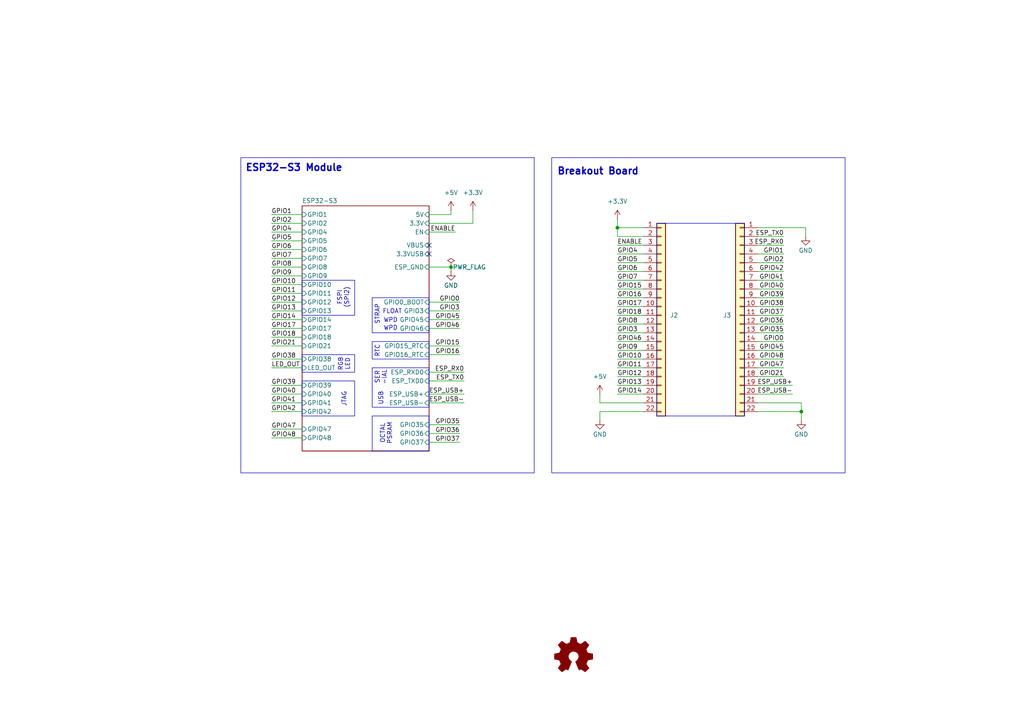
<source format=kicad_sch>
(kicad_sch (version 20250114) (generator "eeschema") (generator_version "9.0")
  (paper "A4")
  (title_block (title "https://github.com/hoeken/ESP32-S3-Template") (date "2025-08-28") (rev "A"))
  (lib_symbols
    (symbol "Connector_Generic:Conn_01x22" (pin_names (offset 1.016) (hide yes))
      (property "Reference" "J" (at 0 27.94 0))
      (property "Value" "Conn_01x22" (at 0 -30.48 0))
      (symbol "Conn_01x22_1_1"
        (rectangle (start -1.27 26.67) (end 1.27 -29.21) (stroke (width 0.254)) (fill (type background)))
        (rectangle (start -1.27 25.527) (end 0 25.273) (stroke (width 0.1524)))
        (rectangle (start -1.27 22.987) (end 0 22.733) (stroke (width 0.1524)))
        (rectangle (start -1.27 20.447) (end 0 20.193) (stroke (width 0.1524)))
        (rectangle (start -1.27 17.907) (end 0 17.653) (stroke (width 0.1524)))
        (rectangle (start -1.27 15.367) (end 0 15.113) (stroke (width 0.1524)))
        (rectangle (start -1.27 12.827) (end 0 12.573) (stroke (width 0.1524)))
        (rectangle (start -1.27 10.287) (end 0 10.033) (stroke (width 0.1524)))
        (rectangle (start -1.27 7.747) (end 0 7.493) (stroke (width 0.1524)))
        (rectangle (start -1.27 5.207) (end 0 4.953) (stroke (width 0.1524)))
        (rectangle (start -1.27 2.667) (end 0 2.413) (stroke (width 0.1524)))
        (rectangle (start -1.27 0.127) (end 0 -0.127) (stroke (width 0.1524)))
        (rectangle (start -1.27 -2.413) (end 0 -2.667) (stroke (width 0.1524)))
        (rectangle (start -1.27 -4.953) (end 0 -5.207) (stroke (width 0.1524)))
        (rectangle (start -1.27 -7.493) (end 0 -7.747) (stroke (width 0.1524)))
        (rectangle (start -1.27 -10.033) (end 0 -10.287) (stroke (width 0.1524)))
        (rectangle (start -1.27 -12.573) (end 0 -12.827) (stroke (width 0.1524)))
        (rectangle (start -1.27 -15.113) (end 0 -15.367) (stroke (width 0.1524)))
        (rectangle (start -1.27 -17.653) (end 0 -17.907) (stroke (width 0.1524)))
        (rectangle (start -1.27 -20.193) (end 0 -20.447) (stroke (width 0.1524)))
        (rectangle (start -1.27 -22.733) (end 0 -22.987) (stroke (width 0.1524)))
        (rectangle (start -1.27 -25.273) (end 0 -25.527) (stroke (width 0.1524)))
        (rectangle (start -1.27 -27.813) (end 0 -28.067) (stroke (width 0.1524)))
        (pin passive line (at -5.08 25.4 0) (length 3.81) (name "Pin_1") (number "1"))
        (pin passive line (at -5.08 22.86 0) (length 3.81) (name "Pin_2") (number "2"))
        (pin passive line (at -5.08 20.32 0) (length 3.81) (name "Pin_3") (number "3"))
        (pin passive line (at -5.08 17.78 0) (length 3.81) (name "Pin_4") (number "4"))
        (pin passive line (at -5.08 15.24 0) (length 3.81) (name "Pin_5") (number "5"))
        (pin passive line (at -5.08 12.7 0) (length 3.81) (name "Pin_6") (number "6"))
        (pin passive line (at -5.08 10.16 0) (length 3.81) (name "Pin_7") (number "7"))
        (pin passive line (at -5.08 7.62 0) (length 3.81) (name "Pin_8") (number "8"))
        (pin passive line (at -5.08 5.08 0) (length 3.81) (name "Pin_9") (number "9"))
        (pin passive line (at -5.08 2.54 0) (length 3.81) (name "Pin_10") (number "10"))
        (pin passive line (at -5.08 0 0) (length 3.81) (name "Pin_11") (number "11"))
        (pin passive line (at -5.08 -2.54 0) (length 3.81) (name "Pin_12") (number "12"))
        (pin passive line (at -5.08 -5.08 0) (length 3.81) (name "Pin_13") (number "13"))
        (pin passive line (at -5.08 -7.62 0) (length 3.81) (name "Pin_14") (number "14"))
        (pin passive line (at -5.08 -10.16 0) (length 3.81) (name "Pin_15") (number "15"))
        (pin passive line (at -5.08 -12.7 0) (length 3.81) (name "Pin_16") (number "16"))
        (pin passive line (at -5.08 -15.24 0) (length 3.81) (name "Pin_17") (number "17"))
        (pin passive line (at -5.08 -17.78 0) (length 3.81) (name "Pin_18") (number "18"))
        (pin passive line (at -5.08 -20.32 0) (length 3.81) (name "Pin_19") (number "19"))
        (pin passive line (at -5.08 -22.86 0) (length 3.81) (name "Pin_20") (number "20"))
        (pin passive line (at -5.08 -25.4 0) (length 3.81) (name "Pin_21") (number "21"))
        (pin passive line (at -5.08 -27.94 0) (length 3.81) (name "Pin_22") (number "22"))
      )
    )
    (symbol "Graphic:Logo_Open_Hardware_Small" (in_bom no) (on_board no)
      (symbol "Logo_Open_Hardware_Small_0_1"
        (polyline (pts (xy 3.3528 -4.3434) (xy 3.302 -4.318) (xy 3.175 -4.2418) (xy 2.9972 -4.1148) (xy 2.7686 -3.9624) (xy 2.54 -3.81) (xy 2.3622 -3.7084) (xy 2.2352 -3.6068) (xy 2.1844 -3.5814) (xy 2.159 -3.6068) (xy 2.0574 -3.6576) (xy 1.905 -3.7338) (xy 1.8034 -3.7846) (xy 1.6764 -3.8354) (xy 1.6002 -3.8354) (xy 1.6002 -3.8354) (xy 1.5494 -3.7338) (xy 1.4732 -3.5306) (xy 1.3462 -3.302) (xy 1.2446 -3.0226) (xy 1.1176 -2.7178) (xy 0.9652 -2.413) (xy 0.8636 -2.1082) (xy 0.7366 -1.8288) (xy 0.6604 -1.6256) (xy 0.6096 -1.4732) (xy 0.5842 -1.397) (xy 0.5842 -1.397) (xy 0.6604 -1.3208) (xy 0.7874 -1.2446) (xy 1.0414 -1.016) (xy 1.2954 -0.6858) (xy 1.4478 -0.3302) (xy 1.524 0.0762) (xy 1.4732 0.4572) (xy 1.3208 0.8128) (xy 1.0668 1.143) (xy 0.762 1.3716) (xy 0.4064 1.524) (xy 0 1.5748) (xy -0.381 1.5494) (xy -0.7366 1.397) (xy -1.0668 1.143) (xy -1.2192 0.9906) (xy -1.397 0.6604) (xy -1.524 0.3048) (xy -1.524 0.2286) (xy -1.4986 -0.1778) (xy -1.397 -0.5334) (xy -1.1938 -0.8636) (xy -0.9144 -1.143) (xy -0.8636 -1.1684) (xy -0.7366 -1.27) (xy -0.635 -1.3462) (xy -0.5842 -1.397) (xy -1.0668 -2.5908) (xy -1.143 -2.794) (xy -1.2954 -3.1242) (xy -1.397 -3.4036) (xy -1.4986 -3.6322) (xy -1.5748 -3.7846) (xy -1.6002 -3.8354) (xy -1.6002 -3.8354) (xy -1.651 -3.8354) (xy -1.7272 -3.81) (xy -1.905 -3.7338) (xy -2.0066 -3.683) (xy -2.1336 -3.6068) (xy -2.2098 -3.5814) (xy -2.2606 -3.6068) (xy -2.3622 -3.683) (xy -2.54 -3.81) (xy -2.7686 -3.9624) (xy -2.9718 -4.0894) (xy -3.1496 -4.2164) (xy -3.302 -4.318) (xy -3.3528 -4.3434) (xy -3.3782 -4.3434) (xy -3.429 -4.318) (xy -3.5306 -4.2164) (xy -3.7084 -4.064) (xy -3.937 -3.8354) (xy -3.9624 -3.81) (xy -4.1656 -3.6068) (xy -4.318 -3.4544) (xy -4.4196 -3.3274) (xy -4.445 -3.2766) (xy -4.445 -3.2766) (xy -4.4196 -3.2258) (xy -4.318 -3.0734) (xy -4.2164 -2.8956) (xy -4.064 -2.667) (xy -3.6576 -2.0828) (xy -3.8862 -1.5494) (xy -3.937 -1.3716) (xy -4.0386 -1.1684) (xy -4.0894 -1.0414) (xy -4.1148 -0.9652) (xy -4.191 -0.9398) (xy -4.318 -0.9144) (xy -4.5466 -0.8636) (xy -4.8006 -0.8128) (xy -5.0546 -0.7874) (xy -5.2578 -0.7366) (xy -5.4356 -0.7112) (xy -5.5118 -0.6858) (xy -5.5118 -0.6858) (xy -5.5372 -0.635) (xy -5.5372 -0.5588) (xy -5.5372 -0.4318) (xy -5.5626 -0.2286) (xy -5.5626 0.0762) (xy -5.5626 0.127) (xy -5.5372 0.4064) (xy -5.5372 0.635) (xy -5.5372 0.762) (xy -5.5372 0.8382) (xy -5.5372 0.8382) (xy -5.461 0.8382) (xy -5.3086 0.889) (xy -5.08 0.9144) (xy -4.826 0.9652) (xy -4.8006 0.9906) (xy -4.5466 1.0414) (xy -4.318 1.0668) (xy -4.1656 1.1176) (xy -4.0894 1.143) (xy -4.0894 1.143) (xy -4.0386 1.2446) (xy -3.9624 1.4224) (xy -3.8608 1.6256) (xy -3.7846 1.8288) (xy -3.7084 2.0066) (xy -3.6576 2.159) (xy -3.6322 2.2098) (xy -3.6322 2.2098) (xy -3.683 2.286) (xy -3.7592 2.413) (xy -3.8862 2.5908) (xy -4.064 2.8194) (xy -4.064 2.8448) (xy -4.2164 3.0734) (xy -4.3434 3.2512) (xy -4.4196 3.3782) (xy -4.445 3.4544) (xy -4.445 3.4544) (xy -4.3942 3.5052) (xy -4.2926 3.6322) (xy -4.1148 3.81) (xy -3.937 4.0132) (xy -3.8608 4.064) (xy -3.6576 4.2926) (xy -3.5052 4.4196) (xy -3.4036 4.4958) (xy -3.3528 4.5212) (xy -3.3528 4.5212) (xy -3.302 4.4704) (xy -3.1496 4.3688) (xy -2.9718 4.2418) (xy -2.7432 4.0894) (xy -2.7178 4.0894) (xy -2.4892 3.937) (xy -2.3114 3.81) (xy -2.1844 3.7084) (xy -2.1336 3.683) (xy -2.1082 3.683) (xy -2.032 3.7084) (xy -1.8542 3.7592) (xy -1.6764 3.8354) (xy -1.4732 3.937) (xy -1.27 4.0132) (xy -1.143 4.064) (xy -1.0668 4.1148) (xy -1.0668 4.1148) (xy -1.0414 4.191) (xy -1.016 4.3434) (xy -0.9652 4.572) (xy -0.9144 4.8514) (xy -0.889 4.9022) (xy -0.8382 5.1562) (xy -0.8128 5.3848) (xy -0.7874 5.5372) (xy -0.762 5.588) (xy -0.7112 5.6134) (xy -0.5842 5.6134) (xy -0.4064 5.6134) (xy -0.1524 5.6134) (xy 0.0762 5.6134) (xy 0.3302 5.6134) (xy 0.5334 5.6134) (xy 0.6858 5.588) (xy 0.7366 5.588) (xy 0.7366 5.588) (xy 0.762 5.5118) (xy 0.8128 5.334) (xy 0.8382 5.1054) (xy 0.9144 4.826) (xy 0.9144 4.7752) (xy 0.9652 4.5212) (xy 1.016 4.2926) (xy 1.0414 4.1402) (xy 1.0668 4.0894) (xy 1.0668 4.0894) (xy 1.1938 4.0386) (xy 1.3716 3.9624) (xy 1.5748 3.8608) (xy 2.0828 3.6576) (xy 2.7178 4.0894) (xy 2.7686 4.1402) (xy 2.9972 4.2926) (xy 3.175 4.4196) (xy 3.302 4.4958) (xy 3.3782 4.5212) (xy 3.3782 4.5212) (xy 3.429 4.4704) (xy 3.556 4.3434) (xy 3.7338 4.191) (xy 3.9116 3.9878) (xy 4.064 3.8354) (xy 4.2418 3.6576) (xy 4.3434 3.556) (xy 4.4196 3.4798) (xy 4.4196 3.429) (xy 4.4196 3.4036) (xy 4.3942 3.3274) (xy 4.2926 3.2004) (xy 4.1656 2.9972) (xy 4.0132 2.794) (xy 3.8862 2.5908) (xy 3.7592 2.3876) (xy 3.6576 2.2352) (xy 3.6322 2.159) (xy 3.6322 2.1336) (xy 3.683 2.0066) (xy 3.7592 1.8288) (xy 3.8608 1.6002) (xy 4.064 1.1176) (xy 4.3942 1.0414) (xy 4.5974 1.016) (xy 4.8768 0.9652) (xy 5.1308 0.9144) (xy 5.5372 0.8382) (xy 5.5626 -0.6604) (xy 5.4864 -0.6858) (xy 5.4356 -0.6858) (xy 5.2832 -0.7366) (xy 5.0546 -0.762) (xy 4.8006 -0.8128) (xy 4.5974 -0.8636) (xy 4.3688 -0.9144) (xy 4.2164 -0.9398) (xy 4.1402 -0.9398) (xy 4.1148 -0.9652) (xy 4.064 -1.0668) (xy 3.9878 -1.2446) (xy 3.9116 -1.4478) (xy 3.81 -1.651) (xy 3.7338 -1.8542) (xy 3.683 -2.0066) (xy 3.6576 -2.0828) (xy 3.683 -2.1336) (xy 3.7846 -2.2606) (xy 3.8862 -2.4638) (xy 4.0386 -2.667) (xy 4.191 -2.8956) (xy 4.318 -3.0734) (xy 4.3942 -3.2004) (xy 4.445 -3.2766) (xy 4.4196 -3.3274) (xy 4.3434 -3.429) (xy 4.1656 -3.5814) (xy 3.937 -3.8354) (xy 3.8862 -3.8608) (xy 3.683 -4.064) (xy 3.5306 -4.2164) (xy 3.4036 -4.318) (xy 3.3528 -4.3434)) (fill (type outline)))
      )
    )
    (symbol "power:+3.3V" (power) (pin_numbers (hide yes)) (pin_names (offset 0) (hide yes))
      (property "Value" "+3.3V" (at 0 3.556 0))
      (symbol "+3.3V_0_1"
        (polyline (pts (xy -0.762 1.27) (xy 0 2.54)))
        (polyline (pts (xy 0 2.54) (xy 0.762 1.27)))
        (polyline (pts (xy 0 0) (xy 0 2.54)))
      )
      (symbol "+3.3V_1_1"
        (pin power_in line (at 0 0 90) (length 0) (name "~") (number "1"))
      )
    )
    (symbol "power:+5V" (power) (pin_numbers (hide yes)) (pin_names (offset 0) (hide yes))
      (property "Value" "+5V" (at 0 3.556 0))
      (symbol "+5V_0_1"
        (polyline (pts (xy -0.762 1.27) (xy 0 2.54)))
        (polyline (pts (xy 0 2.54) (xy 0.762 1.27)))
        (polyline (pts (xy 0 0) (xy 0 2.54)))
      )
      (symbol "+5V_1_1"
        (pin power_in line (at 0 0 90) (length 0) (name "~") (number "1"))
      )
    )
    (symbol "power:GND" (power) (pin_numbers (hide yes)) (pin_names (offset 0) (hide yes))
      (property "Value" "GND" (at 0 -3.81 0))
      (symbol "GND_0_1"
        (polyline (pts (xy 0 0) (xy 0 -1.27) (xy 1.27 -1.27) (xy 0 -2.54) (xy -1.27 -1.27) (xy 0 -1.27)))
      )
      (symbol "GND_1_1"
        (pin power_in line (at 0 0 270) (length 0) (name "~") (number "1"))
      )
    )
    (symbol "power:PWR_FLAG" (power) (pin_numbers (hide yes)) (pin_names (offset 0) (hide yes))
      (property "Value" "PWR_FLAG" (at 0 3.81 0))
      (symbol "PWR_FLAG_0_0"
        (pin power_out line (at 0 0 90) (length 0) (name "~") (number "1"))
      )
      (symbol "PWR_FLAG_0_1"
        (polyline (pts (xy 0 0) (xy 0 1.27) (xy -1.016 1.905) (xy 0 2.54) (xy 1.016 1.905) (xy 0 1.27)))
      )
    )
  )
  (rectangle (start 107.95 120.65) (end 124.46 130.81))
  (rectangle (start 87.63 81.28) (end 102.87 91.44))
  (rectangle (start 107.95 99.06) (end 124.46 104.14))
  (rectangle (start 107.95 86.36) (end 124.46 96.52))
  (rectangle (start 190.5 64.77) (end 215.9 120.65))
  (rectangle (start 87.63 102.87) (end 102.87 107.95))
  (rectangle (start 160.02 45.72) (end 245.11 137.16))
  (rectangle (start 87.63 110.49) (end 102.87 120.65))
  (rectangle (start 107.95 106.68) (end 124.46 118.11))
  (rectangle (start 69.85 45.72) (end 154.94 137.16))
  (text "RTC" (at 109.474 101.854 90) (effects (font (size 1.27 1.27))))
  (text "FSPI\n(SPI2)" (at 99.568 86.36 90) (effects (font (size 1.27 1.27))))
  (text "WPD" (at 113.284 95.25 0) (effects (font (size 1.27 1.27))))
  (text "FLOAT" (at 113.792 90.424 0) (effects (font (size 1.27 1.27))))
  (text "Breakout Board" (at 161.544 49.784 0) (effects (font (size 2 2) (thickness 0.4) (bold yes)) (justify left)))
  (text "STRAP" (at 109.474 91.186 90) (effects (font (size 1.27 1.27))))
  (text "ESP32-S3 Module\n" (at 71.12 48.768 0) (effects (font (size 2 2) (thickness 0.4) (bold yes)) (justify left)))
  (text "RGB\nLED" (at 99.822 105.664 90) (effects (font (size 1.27 1.27))))
  (text "JTAG" (at 99.822 115.824 90) (effects (font (size 1.27 1.27))))
  (text "OCTAL\nPSRAM" (at 112.014 125.73 90) (effects (font (size 1.27 1.27))))
  (text "SER\n-IAL" (at 110.49 109.474 90) (effects (font (size 1.27 1.27))))
  (text "USB" (at 110.49 115.57 90) (effects (font (size 1.27 1.27))))
  (text "WPD" (at 113.284 92.964 0) (effects (font (size 1.27 1.27))))
  (junction (at 130.81 77.47))
  (junction (at 179.07 66.04))
  (junction (at 232.41 119.38))
  (no_connect (at 124.46 71.12))
  (no_connect (at 124.46 73.66))
  (wire (pts (xy 78.74 127) (xy 87.63 127)))
  (wire (pts (xy 124.46 110.49) (xy 134.62 110.49)))
  (wire (pts (xy 219.71 73.66) (xy 227.33 73.66)))
  (wire (pts (xy 179.07 104.14) (xy 186.69 104.14)))
  (wire (pts (xy 87.63 116.84) (xy 78.74 116.84)))
  (wire (pts (xy 87.63 106.68) (xy 78.74 106.68)))
  (wire (pts (xy 133.35 92.71) (xy 124.46 92.71)))
  (wire (pts (xy 124.46 114.3) (xy 134.62 114.3)))
  (wire (pts (xy 124.46 125.73) (xy 133.35 125.73)))
  (wire (pts (xy 179.07 88.9) (xy 186.69 88.9)))
  (wire (pts (xy 186.69 116.84) (xy 173.99 116.84)))
  (wire (pts (xy 232.41 121.92) (xy 232.41 119.38)))
  (wire (pts (xy 87.63 85.09) (xy 78.74 85.09)))
  (wire (pts (xy 219.71 71.12) (xy 227.33 71.12)))
  (wire (pts (xy 219.71 93.98) (xy 227.33 93.98)))
  (wire (pts (xy 233.68 66.04) (xy 233.68 68.58)))
  (wire (pts (xy 87.63 100.33) (xy 78.74 100.33)))
  (wire (pts (xy 173.99 121.92) (xy 173.99 119.38)))
  (wire (pts (xy 219.71 81.28) (xy 227.33 81.28)))
  (wire (pts (xy 219.71 111.76) (xy 229.87 111.76)))
  (wire (pts (xy 219.71 91.44) (xy 227.33 91.44)))
  (wire (pts (xy 219.71 76.2) (xy 227.33 76.2)))
  (wire (pts (xy 87.63 82.55) (xy 78.74 82.55)))
  (wire (pts (xy 87.63 87.63) (xy 78.74 87.63)))
  (wire (pts (xy 219.71 86.36) (xy 227.33 86.36)))
  (wire (pts (xy 179.07 96.52) (xy 186.69 96.52)))
  (wire (pts (xy 87.63 80.01) (xy 78.74 80.01)))
  (wire (pts (xy 179.07 78.74) (xy 186.69 78.74)))
  (wire (pts (xy 219.71 104.14) (xy 227.33 104.14)))
  (wire (pts (xy 179.07 68.58) (xy 186.69 68.58)))
  (wire (pts (xy 219.71 96.52) (xy 227.33 96.52)))
  (wire (pts (xy 124.46 64.77) (xy 137.16 64.77)))
  (wire (pts (xy 124.46 77.47) (xy 130.81 77.47)))
  (wire (pts (xy 179.07 83.82) (xy 186.69 83.82)))
  (wire (pts (xy 87.63 64.77) (xy 78.74 64.77)))
  (wire (pts (xy 87.63 67.31) (xy 78.74 67.31)))
  (wire (pts (xy 124.46 62.23) (xy 130.81 62.23)))
  (wire (pts (xy 87.63 92.71) (xy 78.74 92.71)))
  (wire (pts (xy 124.46 102.87) (xy 133.35 102.87)))
  (wire (pts (xy 179.07 93.98) (xy 186.69 93.98)))
  (wire (pts (xy 219.71 114.3) (xy 229.87 114.3)))
  (wire (pts (xy 179.07 68.58) (xy 179.07 66.04)))
  (wire (pts (xy 219.71 66.04) (xy 233.68 66.04)))
  (wire (pts (xy 130.81 62.23) (xy 130.81 60.96)))
  (wire (pts (xy 133.35 95.25) (xy 124.46 95.25)))
  (wire (pts (xy 87.63 104.14) (xy 78.74 104.14)))
  (wire (pts (xy 219.71 68.58) (xy 227.33 68.58)))
  (wire (pts (xy 87.63 72.39) (xy 78.74 72.39)))
  (wire (pts (xy 219.71 78.74) (xy 227.33 78.74)))
  (wire (pts (xy 219.71 83.82) (xy 227.33 83.82)))
  (wire (pts (xy 219.71 106.68) (xy 227.33 106.68)))
  (wire (pts (xy 179.07 109.22) (xy 186.69 109.22)))
  (wire (pts (xy 179.07 66.04) (xy 179.07 63.5)))
  (wire (pts (xy 179.07 114.3) (xy 186.69 114.3)))
  (wire (pts (xy 179.07 71.12) (xy 186.69 71.12)))
  (wire (pts (xy 219.71 116.84) (xy 232.41 116.84)))
  (wire (pts (xy 179.07 76.2) (xy 186.69 76.2)))
  (wire (pts (xy 232.41 116.84) (xy 232.41 119.38)))
  (wire (pts (xy 124.46 90.17) (xy 133.35 90.17)))
  (wire (pts (xy 179.07 66.04) (xy 186.69 66.04)))
  (wire (pts (xy 87.63 95.25) (xy 78.74 95.25)))
  (wire (pts (xy 179.07 81.28) (xy 186.69 81.28)))
  (wire (pts (xy 179.07 73.66) (xy 186.69 73.66)))
  (wire (pts (xy 124.46 123.19) (xy 133.35 123.19)))
  (wire (pts (xy 124.46 116.84) (xy 134.62 116.84)))
  (wire (pts (xy 124.46 100.33) (xy 133.35 100.33)))
  (wire (pts (xy 87.63 97.79) (xy 78.74 97.79)))
  (wire (pts (xy 87.63 69.85) (xy 78.74 69.85)))
  (wire (pts (xy 87.63 111.76) (xy 78.74 111.76)))
  (wire (pts (xy 124.46 67.31) (xy 132.08 67.31)))
  (wire (pts (xy 78.74 124.46) (xy 87.63 124.46)))
  (wire (pts (xy 179.07 99.06) (xy 186.69 99.06)))
  (wire (pts (xy 179.07 111.76) (xy 186.69 111.76)))
  (wire (pts (xy 173.99 116.84) (xy 173.99 114.3)))
  (wire (pts (xy 87.63 90.17) (xy 78.74 90.17)))
  (wire (pts (xy 219.71 101.6) (xy 227.33 101.6)))
  (wire (pts (xy 219.71 99.06) (xy 227.33 99.06)))
  (wire (pts (xy 124.46 128.27) (xy 133.35 128.27)))
  (wire (pts (xy 87.63 77.47) (xy 78.74 77.47)))
  (wire (pts (xy 87.63 114.3) (xy 78.74 114.3)))
  (wire (pts (xy 219.71 88.9) (xy 227.33 88.9)))
  (wire (pts (xy 179.07 106.68) (xy 186.69 106.68)))
  (wire (pts (xy 219.71 109.22) (xy 227.33 109.22)))
  (wire (pts (xy 130.81 77.47) (xy 130.81 78.74)))
  (wire (pts (xy 87.63 62.23) (xy 78.74 62.23)))
  (wire (pts (xy 124.46 107.95) (xy 134.62 107.95)))
  (wire (pts (xy 137.16 64.77) (xy 137.16 60.96)))
  (wire (pts (xy 179.07 86.36) (xy 186.69 86.36)))
  (wire (pts (xy 179.07 91.44) (xy 186.69 91.44)))
  (wire (pts (xy 87.63 119.38) (xy 78.74 119.38)))
  (wire (pts (xy 124.46 87.63) (xy 133.35 87.63)))
  (wire (pts (xy 87.63 74.93) (xy 78.74 74.93)))
  (wire (pts (xy 232.41 119.38) (xy 219.71 119.38)))
  (wire (pts (xy 179.07 101.6) (xy 186.69 101.6)))
  (wire (pts (xy 173.99 119.38) (xy 186.69 119.38)))
  (label "GPIO0" (at 133.35 87.63 180))
  (label "GPIO16" (at 179.07 86.36 0))
  (label "GPIO11" (at 179.07 106.68 0))
  (label "GPIO39" (at 78.74 111.76 0))
  (label "GPIO37" (at 133.35 128.27 180))
  (label "GPIO48" (at 78.74 127 0))
  (label "LED_OUT" (at 78.74 106.68 0))
  (label "GPIO8" (at 78.74 77.47 0))
  (label "GPIO21" (at 227.33 109.22 180))
  (label "GPIO15" (at 179.07 83.82 0))
  (label "GPIO36" (at 227.33 93.98 180))
  (label "GPIO14" (at 179.07 114.3 0))
  (label "GPIO47" (at 227.33 106.68 180))
  (label "GPIO2" (at 78.74 64.77 0))
  (label "GPIO18" (at 78.74 97.79 0))
  (label "GPIO7" (at 179.07 81.28 0))
  (label "GPIO2" (at 227.33 76.2 180))
  (label "GPIO9" (at 179.07 101.6 0))
  (label "ESP_RX0" (at 134.62 107.95 180))
  (label "GPIO13" (at 179.07 111.76 0))
  (label "ESP_USB+" (at 134.62 114.3 180))
  (label "GPIO14" (at 78.74 92.71 0))
  (label "GPIO42" (at 78.74 119.38 0))
  (label "GPIO42" (at 227.33 78.74 180))
  (label "GPIO41" (at 227.33 81.28 180))
  (label "GPIO45" (at 133.35 92.71 180))
  (label "GPIO8" (at 179.07 93.98 0))
  (label "GPIO4" (at 179.07 73.66 0))
  (label "ESP_TX0" (at 134.62 110.49 180))
  (label "GPIO13" (at 78.74 90.17 0))
  (label "GPIO1" (at 227.33 73.66 180))
  (label "ESP_USB-" (at 134.62 116.84 180))
  (label "GPIO0" (at 227.33 99.06 180))
  (label "GPIO1" (at 78.74 62.23 0))
  (label "ESP_USB+" (at 229.87 111.76 180))
  (label "GPIO38" (at 227.33 88.9 180))
  (label "GPIO9" (at 78.74 80.01 0))
  (label "GPIO16" (at 133.35 102.87 180))
  (label "GPIO3" (at 133.35 90.17 180))
  (label "GPIO4" (at 78.74 67.31 0))
  (label "GPIO12" (at 78.74 87.63 0))
  (label "GPIO5" (at 179.07 76.2 0))
  (label "GPIO41" (at 78.74 116.84 0))
  (label "GPIO45" (at 227.33 101.6 180))
  (label "GPIO35" (at 227.33 96.52 180))
  (label "GPIO11" (at 78.74 85.09 0))
  (label "GPIO37" (at 227.33 91.44 180))
  (label "ESP_USB-" (at 229.87 114.3 180))
  (label "GPIO46" (at 179.07 99.06 0))
  (label "GPIO7" (at 78.74 74.93 0))
  (label "GPIO47" (at 78.74 124.46 0))
  (label "GPIO5" (at 78.74 69.85 0))
  (label "GPIO3" (at 179.07 96.52 0))
  (label "GPIO15" (at 133.35 100.33 180))
  (label "ENABLE" (at 179.07 71.12 0))
  (label "ENABLE" (at 132.08 67.31 180))
  (label "GPIO38" (at 78.74 104.14 0))
  (label "GPIO17" (at 179.07 88.9 0))
  (label "GPIO40" (at 227.33 83.82 180))
  (label "GPIO12" (at 179.07 109.22 0))
  (label "GPIO36" (at 133.35 125.73 180))
  (label "GPIO10" (at 78.74 82.55 0))
  (label "GPIO17" (at 78.74 95.25 0))
  (label "GPIO6" (at 78.74 72.39 0))
  (label "GPIO39" (at 227.33 86.36 180))
  (label "ESP_RX0" (at 227.33 71.12 180))
  (label "GPIO46" (at 133.35 95.25 180))
  (label "GPIO40" (at 78.74 114.3 0))
  (label "ESP_TX0" (at 227.33 68.58 180))
  (label "GPIO21" (at 78.74 100.33 0))
  (label "GPIO35" (at 133.35 123.19 180))
  (label "GPIO48" (at 227.33 104.14 180))
  (label "GPIO10" (at 179.07 104.14 0))
  (label "GPIO18" (at 179.07 91.44 0))
  (label "GPIO6" (at 179.07 78.74 0))
  (symbol (lib_id "power:+3.3V") (at 179.07 63.5 0) (unit 1)
    (property "Reference" "#PWR013" (effects (hide yes)))
    (property "Value" "+3.3V" (at 179.07 58.42 0))
    (property "Description" "Power symbol creates a global label with name \"+3.3V\"" (effects (hide yes)))
  )
  (symbol (lib_id "Connector_Generic:Conn_01x22") (at 191.77 91.44 0) (unit 1) (in_bom no)
    (property "Reference" "J2" (at 194.31 91.4399 0) (effects (justify left)))
    (property "Value" "Conn_01x22" (effects (hide yes)))
    (property "Footprint" "Connector_PinHeader_2.54mm:PinHeader_1x22_P2.54mm_Vertical" (effects (hide yes)))
    (property "Description" "Generic connector, single row, 01x22, script generated (kicad-library-utils/schlib/autogen/connector/)" (effects (hide yes)))
  )
  (symbol (lib_id "power:GND") (at 232.41 121.92 0) (mirror y) (unit 1)
    (property "Reference" "#PWR022" (effects (hide yes)))
    (property "Value" "GND" (at 232.41 125.984 0))
    (property "Description" "Power symbol creates a global label with name \"GND\" , ground" (effects (hide yes)))
  )
  (symbol (lib_id "power:+5V") (at 173.99 114.3 0) (unit 1)
    (property "Reference" "#PWR020" (effects (hide yes)))
    (property "Value" "+5V" (at 173.99 109.22 0))
    (property "Description" "Power symbol creates a global label with name \"+5V\"" (effects (hide yes)))
  )
  (symbol (lib_id "power:GND") (at 173.99 121.92 0) (unit 1)
    (property "Reference" "#PWR021" (effects (hide yes)))
    (property "Value" "GND" (at 173.99 125.984 0))
    (property "Description" "Power symbol creates a global label with name \"GND\" , ground" (effects (hide yes)))
  )
  (symbol (lib_id "Graphic:Logo_Open_Hardware_Small") (at 166.37 190.5 0) (unit 1) (exclude_from_sim yes) (in_bom no)
    (property "Reference" "S1" (effects (hide yes)))
    (property "Value" "Logo_Open_Hardware_Small" (effects (hide yes)))
    (property "Footprint" "Symbol:OSHW-Logo_5.7x6mm_SilkScreen" (effects (hide yes)))
    (property "Description" "Open Hardware logo, small" (effects (hide yes)))
  )
  (symbol (lib_id "power:GND") (at 233.68 68.58 0) (unit 1)
    (property "Reference" "#PWR023" (effects (hide yes)))
    (property "Value" "GND" (at 233.68 72.644 0))
    (property "Description" "Power symbol creates a global label with name \"GND\" , ground" (effects (hide yes)))
  )
  (symbol (lib_id "power:PWR_FLAG") (at 130.81 77.47 0) (unit 1)
    (property "Reference" "#FLG01" (effects (hide yes)))
    (property "Value" "PWR_FLAG" (at 136.144 77.47 0))
    (property "Description" "Special symbol for telling ERC where power comes from" (effects (hide yes)))
  )
  (symbol (lib_id "power:+3.3V") (at 137.16 60.96 0) (unit 1)
    (property "Reference" "#PWR03" (effects (hide yes)))
    (property "Value" "+3.3V" (at 137.16 55.88 0))
    (property "Description" "Power symbol creates a global label with name \"+3.3V\"" (effects (hide yes)))
  )
  (symbol (lib_id "power:+5V") (at 130.81 60.96 0) (unit 1)
    (property "Reference" "#PWR02" (effects (hide yes)))
    (property "Value" "+5V" (at 130.81 55.88 0))
    (property "Description" "Power symbol creates a global label with name \"+5V\"" (effects (hide yes)))
  )
  (symbol (lib_id "power:GND") (at 130.81 78.74 0) (unit 1)
    (property "Reference" "#PWR01" (effects (hide yes)))
    (property "Value" "GND" (at 130.81 82.804 0))
    (property "Description" "Power symbol creates a global label with name \"GND\" , ground" (effects (hide yes)))
  )
  (symbol (lib_id "Connector_Generic:Conn_01x22") (at 214.63 91.44 0) (mirror y) (unit 1) (in_bom no)
    (property "Reference" "J3" (at 212.09 91.4399 0) (effects (justify left)))
    (property "Value" "Conn_01x22" (effects (hide yes)))
    (property "Footprint" "Connector_PinHeader_2.54mm:PinHeader_1x22_P2.54mm_Vertical" (effects (hide yes)))
    (property "Description" "Generic connector, single row, 01x22, script generated (kicad-library-utils/schlib/autogen/connector/)" (effects (hide yes)))
  )
  (sheet (at 87.63 59.69) (size 36.83 71.12) (stroke (width 0.1524))
    (property "Sheetname" "ESP32-S3" (at 87.63 58.9784 0) (effects (justify left bottom)))
    (property "Sheetfile" "esp32-s3.kicad_sch" (effects (hide yes)))
    (pin "3.3V" input (at 124.46 64.77 0))
    (pin "3.3VUSB" input (at 124.46 73.66 0))
    (pin "5V" input (at 124.46 62.23 0))
    (pin "EN" input (at 124.46 67.31 0))
    (pin "GPIO1" input (at 87.63 62.23 180))
    (pin "GPIO2" input (at 87.63 64.77 180))
    (pin "GPIO3" input (at 124.46 90.17 0))
    (pin "GPIO4" input (at 87.63 67.31 180))
    (pin "GPIO5" input (at 87.63 69.85 180))
    (pin "GPIO6" input (at 87.63 72.39 180))
    (pin "GPIO7" input (at 87.63 74.93 180))
    (pin "GPIO8" input (at 87.63 77.47 180))
    (pin "GPIO9" input (at 87.63 80.01 180))
    (pin "GPIO10" input (at 87.63 82.55 180))
    (pin "GPIO11" input (at 87.63 85.09 180))
    (pin "GPIO12" input (at 87.63 87.63 180))
    (pin "GPIO13" input (at 87.63 90.17 180))
    (pin "GPIO14" input (at 87.63 92.71 180))
    (pin "GPIO17" input (at 87.63 95.25 180))
    (pin "GPIO18" input (at 87.63 97.79 180))
    (pin "GPIO21" input (at 87.63 100.33 180))
    (pin "GPIO35" input (at 124.46 123.19 0))
    (pin "GPIO36" input (at 124.46 125.73 0))
    (pin "GPIO37" input (at 124.46 128.27 0))
    (pin "GPIO39" input (at 87.63 111.76 180))
    (pin "GPIO40" input (at 87.63 114.3 180))
    (pin "GPIO41" input (at 87.63 116.84 180))
    (pin "GPIO42" input (at 87.63 119.38 180))
    (pin "GPIO45" input (at 124.46 92.71 0))
    (pin "GPIO46" input (at 124.46 95.25 0))
    (pin "GPIO47" input (at 87.63 124.46 180))
    (pin "GPIO48" input (at 87.63 127 180))
    (pin "VBUS" input (at 124.46 71.12 0))
    (pin "ESP_RXD0" input (at 124.46 107.95 0))
    (pin "ESP_TXD0" input (at 124.46 110.49 0))
    (pin "ESP_USB+" input (at 124.46 114.3 0))
    (pin "ESP_USB-" input (at 124.46 116.84 0))
    (pin "GPIO0_BOOT" input (at 124.46 87.63 0))
    (pin "GPIO15_RTC" input (at 124.46 100.33 0))
    (pin "GPIO16_RTC" input (at 124.46 102.87 0))
    (pin "LED_OUT" input (at 87.63 106.68 180))
    (pin "GPIO38" input (at 87.63 104.14 180))
    (pin "ESP_GND" input (at 124.46 77.47 0))
  )
)
</source>
